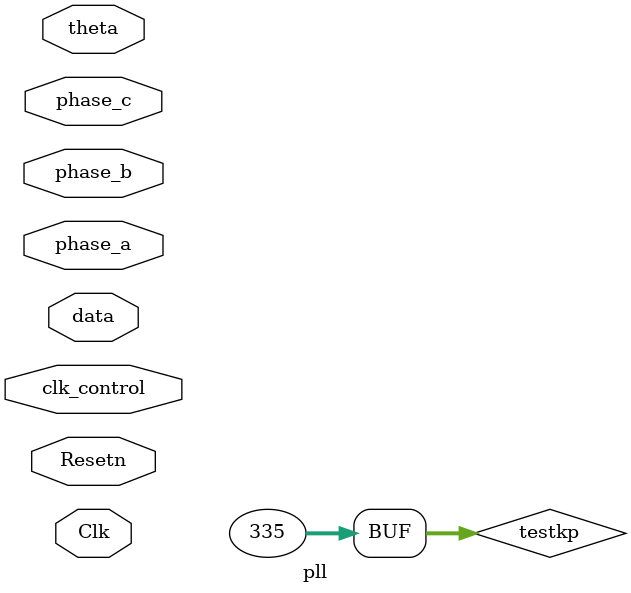
<source format=v>
/*
Copyright (c) 2014-2022 Luiz Carlos Gili

Permission is hereby granted, free of charge, to any person obtaining a copy
of this software and associated documentation files (the "Software"), to deal
in the Software without restriction, including without limitation the rights
to use, copy, modify, merge, publish, distribute, sublicense, and/or sell
copies of the Software, and to permit persons to whom the Software is
furnished to do so, subject to the following conditions:

The above copyright notice and this permission notice shall be included in
all copies or substantial portions of the Software.

THE SOFTWARE IS PROVIDED "AS IS", WITHOUT WARRANTY OF ANY KIND, EXPRESS OR
IMPLIED, INCLUDING BUT NOT LIMITED TO THE WARRANTIES OF MERCHANTABILITY
FITNESS FOR A PARTICULAR PURPOSE AND NONINFRINGEMENT. IN NO EVENT SHALL THE
AUTHORS OR COPYRIGHT HOLDERS BE LIABLE FOR ANY CLAIM, DAMAGES OR OTHER
LIABILITY, WHETHER IN AN ACTION OF CONTRACT, TORT OR OTHERWISE, ARISING FROM,
OUT OF OR IN CONNECTION WITH THE SOFTWARE OR THE USE OR OTHER DEALINGS IN
THE SOFTWARE.
*/

// Language: Verilog 2001


module pll#
(
    parameter DATA_WIDTH = 32,
    parameter FP_WIDTH   = 24,
    parameter KP = 0.8*(2 ** FP_WIDTH),
    parameter KI = 1.2*(2 ** FP_WIDTH),       // 1/1e3
    parameter TIME_STEP = 335 //0.00002*(2 ** FP_WIDTH)  // 1/50e3
) 
(
    input wire Clk,
    input wire Resetn,

    input signed [DATA_WIDTH-1:0] phase_a,
    input signed [DATA_WIDTH-1:0] phase_b,
    input signed [DATA_WIDTH-1:0] phase_c,

    input wire clk_control,
    input signed [DATA_WIDTH-1:0] data,


    // remove
    input signed [DATA_WIDTH-1:0] theta

);

wire signed [DATA_WIDTH-1:0] alpha;
wire signed [DATA_WIDTH-1:0] beta;

wire signed [DATA_WIDTH-1:0] d;
wire signed [DATA_WIDTH-1:0] q;


wire signed [DATA_WIDTH-1:0] out_pi;
wire signed [DATA_WIDTH-1:0] outSat_pi;
wire out_pi_valid, out_dq_valid;
wire in_vco_ready, in_dq_ready, in_pi_ready;

wire signed [DATA_WIDTH-1:0] out_pi_sum;
wire [DATA_WIDTH-1:0] wt_cal;

reg signed [DATA_WIDTH-1:0] testkp = TIME_STEP;

wire data_valid;
wire data_ready;
wire out_ab_valid;

data_valid_gen valid
(
    .Clk(Clk),
    .clk_control(clk_control),
    .Resetn(Resetn),

    .out_data_valid(data_valid),
    .out_data_ready(data_ready)
);

alphaBeta #
(
     .DATA_WIDTH(DATA_WIDTH),
     .FP_WIDTH(FP_WIDTH)
) alphaBeta
(
    .Clk(Clk),
    .Resetn(Resetn),

    .phase_a(phase_a),
    .phase_b(phase_b),
    .phase_c(phase_c),

    .alpha(alpha),
    .beta(beta),

    .in_data_valid(data_valid),
    .in_data_ready(data_ready),

    .out_data_valid(out_ab_valid),
    .out_data_ready(in_dq_ready)     
);


ab_dq#
(
    .DATA_WIDTH(DATA_WIDTH),
    .FP_WIDTH(FP_WIDTH)
) alphaBeta_to_dq
(
    .Clk(Clk),
    .Resetn(Resetn),

    .alpha(alpha),
    .beta(beta),
    .theta(wt_cal),

    .d(d),
    .q(q),

    .aligned_to_zero(0),

    .in_data_valid(out_ab_valid),
    .in_data_ready(in_dq_ready),

    .out_data_valid(out_dq_valid),
    .out_data_ready(1'b1) //in_pi_ready 

);
/*
pi_controller #
(
    .DATA_WIDTH(DATA_WIDTH),
    .FP_WIDTH(FP_WIDTH),
    .KP(KP),
    .KI(KI),
    .TIME_STEP(TIME_STEP)
) pi
(
    .Clk(Clk),
    .Resetn(Resetn),

    .clk_control(clk_control),
    .reference(0),
    .input_data(q),
    .out(out_pi),
    .outSat(outSat_pi),

    .in_data_valid(out_dq_valid),
    .in_data_ready(in_pi_ready),

    .out_data_valid(out_pi_valid),
    .out_data_ready(in_vco_ready)
);
*/

pid#
(
    .DATA_WIDTH(DATA_WIDTH)
) pid 
(
    .Clk(clk_control),
    .Resetn(Resetn),

    .e_in(q),
    .u_out(out_pi)
);
vco#
(
    .DATA_WIDTH(DATA_WIDTH),    
    .FP_WIDTH(FP_WIDTH),
    .TIME_STEP(TIME_STEP)  // 1/50e3
) vco
(
    .Clk(Clk),
    .Resetn(Resetn),

    .in_data(out_pi),  
    .wt(wt_cal), 

    .in_data_valid(out_pi_valid),
    .in_data_ready(in_vco_ready),

    .out_data_valid(),
    .out_data_ready(1'b1)

);    
assign out_pi_sum = (out_pi_valid) ? out_pi + (24706489) : out_pi_sum;
//assign wt_cal = out_pi_sum * 6553;

endmodule
</source>
